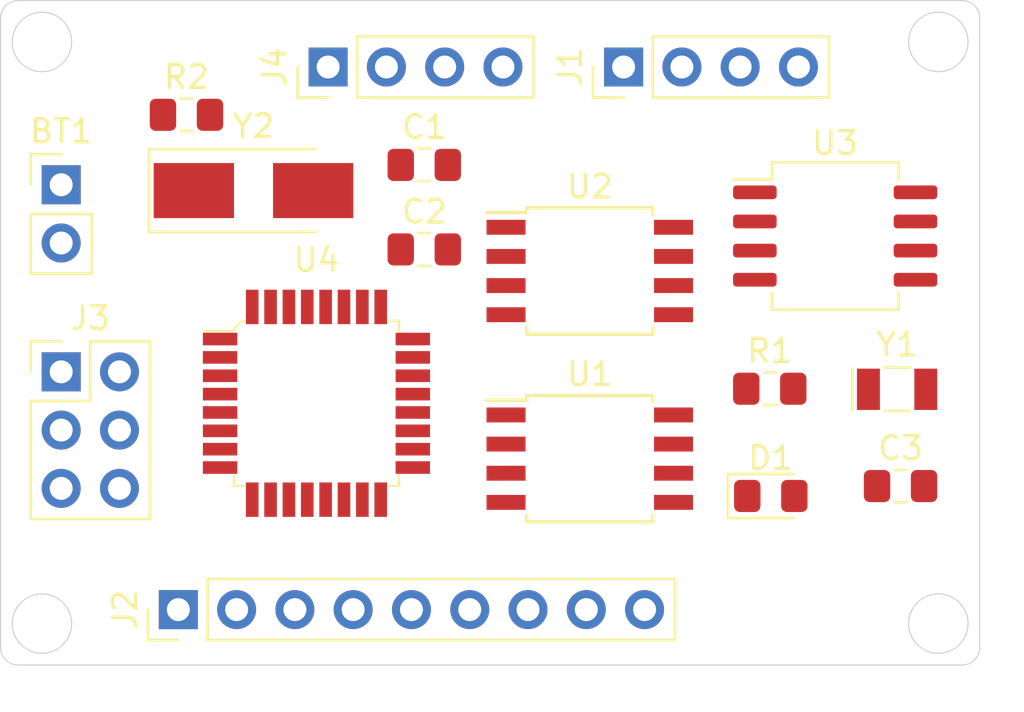
<source format=kicad_pcb>
(kicad_pcb (version 20171130) (host pcbnew "(5.1.6)-1")

  (general
    (thickness 1.6)
    (drawings 12)
    (tracks 0)
    (zones 0)
    (modules 17)
    (nets 32)
  )

  (page A4)
  (title_block
    (title "aduino battery powered clone with battery and clock")
    (date 2020-07-02)
    (rev V1)
    (company "Barnes Industries")
    (comment 1 "Designed by Keith Barnes")
  )

  (layers
    (0 F.Cu signal)
    (31 B.Cu signal)
    (32 B.Adhes user)
    (33 F.Adhes user)
    (34 B.Paste user)
    (35 F.Paste user)
    (36 B.SilkS user)
    (37 F.SilkS user)
    (38 B.Mask user)
    (39 F.Mask user)
    (40 Dwgs.User user)
    (41 Cmts.User user)
    (42 Eco1.User user)
    (43 Eco2.User user)
    (44 Edge.Cuts user)
    (45 Margin user)
    (46 B.CrtYd user)
    (47 F.CrtYd user)
    (48 B.Fab user)
    (49 F.Fab user)
  )

  (setup
    (last_trace_width 0.25)
    (user_trace_width 0.3)
    (trace_clearance 0.2)
    (zone_clearance 0.508)
    (zone_45_only no)
    (trace_min 0.2)
    (via_size 0.8)
    (via_drill 0.4)
    (via_min_size 0.4)
    (via_min_drill 0.3)
    (user_via 1 0.6)
    (uvia_size 0.3)
    (uvia_drill 0.1)
    (uvias_allowed no)
    (uvia_min_size 0.2)
    (uvia_min_drill 0.1)
    (edge_width 0.05)
    (segment_width 0.2)
    (pcb_text_width 0.3)
    (pcb_text_size 1.5 1.5)
    (mod_edge_width 0.12)
    (mod_text_size 1 1)
    (mod_text_width 0.15)
    (pad_size 1.524 1.524)
    (pad_drill 0.762)
    (pad_to_mask_clearance 0.05)
    (aux_axis_origin 0 0)
    (visible_elements 7FFFFFFF)
    (pcbplotparams
      (layerselection 0x010fc_ffffffff)
      (usegerberextensions false)
      (usegerberattributes true)
      (usegerberadvancedattributes true)
      (creategerberjobfile true)
      (excludeedgelayer true)
      (linewidth 0.100000)
      (plotframeref false)
      (viasonmask false)
      (mode 1)
      (useauxorigin false)
      (hpglpennumber 1)
      (hpglpenspeed 20)
      (hpglpendiameter 15.000000)
      (psnegative false)
      (psa4output false)
      (plotreference true)
      (plotvalue true)
      (plotinvisibletext false)
      (padsonsilk false)
      (subtractmaskfromsilk false)
      (outputformat 1)
      (mirror false)
      (drillshape 1)
      (scaleselection 1)
      (outputdirectory ""))
  )

  (net 0 "")
  (net 1 VCC)
  (net 2 GND)
  (net 3 "Net-(C1-Pad1)")
  (net 4 "Net-(C2-Pad1)")
  (net 5 "Net-(D1-Pad1)")
  (net 6 "Net-(D1-Pad2)")
  (net 7 RX)
  (net 8 TX)
  (net 9 D2)
  (net 10 D3)
  (net 11 D4)
  (net 12 D5)
  (net 13 D6)
  (net 14 D7)
  (net 15 D8)
  (net 16 MISO)
  (net 17 SCK)
  (net 18 MOSI)
  (net 19 RST)
  (net 20 SDA)
  (net 21 ADDS2)
  (net 22 ADDS1)
  (net 23 "Net-(U3-Pad1)")
  (net 24 "Net-(U3-Pad2)")
  (net 25 "Net-(U3-Pad7)")
  (net 26 "Net-(U4-Pad13)")
  (net 27 "Net-(U4-Pad14)")
  (net 28 "Net-(U4-Pad19)")
  (net 29 "Net-(U4-Pad22)")
  (net 30 "Net-(U4-Pad25)")
  (net 31 "Net-(U4-Pad26)")

  (net_class Default "This is the default net class."
    (clearance 0.2)
    (trace_width 0.25)
    (via_dia 0.8)
    (via_drill 0.4)
    (uvia_dia 0.3)
    (uvia_drill 0.1)
    (add_net ADDS1)
    (add_net ADDS2)
    (add_net D2)
    (add_net D3)
    (add_net D4)
    (add_net D5)
    (add_net D6)
    (add_net D7)
    (add_net D8)
    (add_net MISO)
    (add_net MOSI)
    (add_net "Net-(C1-Pad1)")
    (add_net "Net-(C2-Pad1)")
    (add_net "Net-(D1-Pad1)")
    (add_net "Net-(D1-Pad2)")
    (add_net "Net-(U3-Pad1)")
    (add_net "Net-(U3-Pad2)")
    (add_net "Net-(U3-Pad7)")
    (add_net "Net-(U4-Pad13)")
    (add_net "Net-(U4-Pad14)")
    (add_net "Net-(U4-Pad19)")
    (add_net "Net-(U4-Pad22)")
    (add_net "Net-(U4-Pad25)")
    (add_net "Net-(U4-Pad26)")
    (add_net RST)
    (add_net RX)
    (add_net SCK)
    (add_net SDA)
    (add_net TX)
  )

  (net_class "Power " ""
    (clearance 0.2)
    (trace_width 0.3)
    (via_dia 1)
    (via_drill 0.6)
    (uvia_dia 0.3)
    (uvia_drill 0.1)
    (add_net GND)
    (add_net VCC)
  )

  (module Connector_PinHeader_2.54mm:PinHeader_1x02_P2.54mm_Vertical (layer F.Cu) (tedit 59FED5CC) (tstamp 5EFDF834)
    (at 88.2396 116.8654)
    (descr "Through hole straight pin header, 1x02, 2.54mm pitch, single row")
    (tags "Through hole pin header THT 1x02 2.54mm single row")
    (path /5EFAD6D2)
    (fp_text reference BT1 (at 0 -2.33) (layer F.SilkS)
      (effects (font (size 1 1) (thickness 0.15)))
    )
    (fp_text value 3V (at 0 4.87) (layer F.Fab)
      (effects (font (size 1 1) (thickness 0.15)))
    )
    (fp_line (start -0.635 -1.27) (end 1.27 -1.27) (layer F.Fab) (width 0.1))
    (fp_line (start 1.27 -1.27) (end 1.27 3.81) (layer F.Fab) (width 0.1))
    (fp_line (start 1.27 3.81) (end -1.27 3.81) (layer F.Fab) (width 0.1))
    (fp_line (start -1.27 3.81) (end -1.27 -0.635) (layer F.Fab) (width 0.1))
    (fp_line (start -1.27 -0.635) (end -0.635 -1.27) (layer F.Fab) (width 0.1))
    (fp_line (start -1.33 3.87) (end 1.33 3.87) (layer F.SilkS) (width 0.12))
    (fp_line (start -1.33 1.27) (end -1.33 3.87) (layer F.SilkS) (width 0.12))
    (fp_line (start 1.33 1.27) (end 1.33 3.87) (layer F.SilkS) (width 0.12))
    (fp_line (start -1.33 1.27) (end 1.33 1.27) (layer F.SilkS) (width 0.12))
    (fp_line (start -1.33 0) (end -1.33 -1.33) (layer F.SilkS) (width 0.12))
    (fp_line (start -1.33 -1.33) (end 0 -1.33) (layer F.SilkS) (width 0.12))
    (fp_line (start -1.8 -1.8) (end -1.8 4.35) (layer F.CrtYd) (width 0.05))
    (fp_line (start -1.8 4.35) (end 1.8 4.35) (layer F.CrtYd) (width 0.05))
    (fp_line (start 1.8 4.35) (end 1.8 -1.8) (layer F.CrtYd) (width 0.05))
    (fp_line (start 1.8 -1.8) (end -1.8 -1.8) (layer F.CrtYd) (width 0.05))
    (fp_text user %R (at 0 1.27 90) (layer F.Fab)
      (effects (font (size 1 1) (thickness 0.15)))
    )
    (pad 1 thru_hole rect (at 0 0) (size 1.7 1.7) (drill 1) (layers *.Cu *.Mask)
      (net 1 VCC))
    (pad 2 thru_hole oval (at 0 2.54) (size 1.7 1.7) (drill 1) (layers *.Cu *.Mask)
      (net 2 GND))
    (model ${KISYS3DMOD}/Connector_PinHeader_2.54mm.3dshapes/PinHeader_1x02_P2.54mm_Vertical.wrl
      (at (xyz 0 0 0))
      (scale (xyz 1 1 1))
      (rotate (xyz 0 0 0))
    )
  )

  (module Capacitor_SMD:C_0805_2012Metric_Pad1.15x1.40mm_HandSolder (layer F.Cu) (tedit 5B36C52B) (tstamp 5EFDF845)
    (at 104.0638 116.0018)
    (descr "Capacitor SMD 0805 (2012 Metric), square (rectangular) end terminal, IPC_7351 nominal with elongated pad for handsoldering. (Body size source: https://docs.google.com/spreadsheets/d/1BsfQQcO9C6DZCsRaXUlFlo91Tg2WpOkGARC1WS5S8t0/edit?usp=sharing), generated with kicad-footprint-generator")
    (tags "capacitor handsolder")
    (path /5EFAE367)
    (attr smd)
    (fp_text reference C1 (at 0 -1.65) (layer F.SilkS)
      (effects (font (size 1 1) (thickness 0.15)))
    )
    (fp_text value 22pF (at 0 1.65) (layer F.Fab)
      (effects (font (size 1 1) (thickness 0.15)))
    )
    (fp_line (start -1 0.6) (end -1 -0.6) (layer F.Fab) (width 0.1))
    (fp_line (start -1 -0.6) (end 1 -0.6) (layer F.Fab) (width 0.1))
    (fp_line (start 1 -0.6) (end 1 0.6) (layer F.Fab) (width 0.1))
    (fp_line (start 1 0.6) (end -1 0.6) (layer F.Fab) (width 0.1))
    (fp_line (start -0.261252 -0.71) (end 0.261252 -0.71) (layer F.SilkS) (width 0.12))
    (fp_line (start -0.261252 0.71) (end 0.261252 0.71) (layer F.SilkS) (width 0.12))
    (fp_line (start -1.85 0.95) (end -1.85 -0.95) (layer F.CrtYd) (width 0.05))
    (fp_line (start -1.85 -0.95) (end 1.85 -0.95) (layer F.CrtYd) (width 0.05))
    (fp_line (start 1.85 -0.95) (end 1.85 0.95) (layer F.CrtYd) (width 0.05))
    (fp_line (start 1.85 0.95) (end -1.85 0.95) (layer F.CrtYd) (width 0.05))
    (fp_text user %R (at 0 0) (layer F.Fab)
      (effects (font (size 0.5 0.5) (thickness 0.08)))
    )
    (pad 1 smd roundrect (at -1.025 0) (size 1.15 1.4) (layers F.Cu F.Paste F.Mask) (roundrect_rratio 0.217391)
      (net 3 "Net-(C1-Pad1)"))
    (pad 2 smd roundrect (at 1.025 0) (size 1.15 1.4) (layers F.Cu F.Paste F.Mask) (roundrect_rratio 0.217391)
      (net 2 GND))
    (model ${KISYS3DMOD}/Capacitor_SMD.3dshapes/C_0805_2012Metric.wrl
      (at (xyz 0 0 0))
      (scale (xyz 1 1 1))
      (rotate (xyz 0 0 0))
    )
  )

  (module Capacitor_SMD:C_0805_2012Metric_Pad1.15x1.40mm_HandSolder (layer F.Cu) (tedit 5B36C52B) (tstamp 5EFDF856)
    (at 104.0638 119.6848)
    (descr "Capacitor SMD 0805 (2012 Metric), square (rectangular) end terminal, IPC_7351 nominal with elongated pad for handsoldering. (Body size source: https://docs.google.com/spreadsheets/d/1BsfQQcO9C6DZCsRaXUlFlo91Tg2WpOkGARC1WS5S8t0/edit?usp=sharing), generated with kicad-footprint-generator")
    (tags "capacitor handsolder")
    (path /5EFAF650)
    (attr smd)
    (fp_text reference C2 (at 0 -1.65) (layer F.SilkS)
      (effects (font (size 1 1) (thickness 0.15)))
    )
    (fp_text value 22pF (at 0 1.65) (layer F.Fab)
      (effects (font (size 1 1) (thickness 0.15)))
    )
    (fp_line (start 1.85 0.95) (end -1.85 0.95) (layer F.CrtYd) (width 0.05))
    (fp_line (start 1.85 -0.95) (end 1.85 0.95) (layer F.CrtYd) (width 0.05))
    (fp_line (start -1.85 -0.95) (end 1.85 -0.95) (layer F.CrtYd) (width 0.05))
    (fp_line (start -1.85 0.95) (end -1.85 -0.95) (layer F.CrtYd) (width 0.05))
    (fp_line (start -0.261252 0.71) (end 0.261252 0.71) (layer F.SilkS) (width 0.12))
    (fp_line (start -0.261252 -0.71) (end 0.261252 -0.71) (layer F.SilkS) (width 0.12))
    (fp_line (start 1 0.6) (end -1 0.6) (layer F.Fab) (width 0.1))
    (fp_line (start 1 -0.6) (end 1 0.6) (layer F.Fab) (width 0.1))
    (fp_line (start -1 -0.6) (end 1 -0.6) (layer F.Fab) (width 0.1))
    (fp_line (start -1 0.6) (end -1 -0.6) (layer F.Fab) (width 0.1))
    (fp_text user %R (at 0 0) (layer F.Fab)
      (effects (font (size 0.5 0.5) (thickness 0.08)))
    )
    (pad 2 smd roundrect (at 1.025 0) (size 1.15 1.4) (layers F.Cu F.Paste F.Mask) (roundrect_rratio 0.217391)
      (net 2 GND))
    (pad 1 smd roundrect (at -1.025 0) (size 1.15 1.4) (layers F.Cu F.Paste F.Mask) (roundrect_rratio 0.217391)
      (net 4 "Net-(C2-Pad1)"))
    (model ${KISYS3DMOD}/Capacitor_SMD.3dshapes/C_0805_2012Metric.wrl
      (at (xyz 0 0 0))
      (scale (xyz 1 1 1))
      (rotate (xyz 0 0 0))
    )
  )

  (module Capacitor_SMD:C_0805_2012Metric_Pad1.15x1.40mm_HandSolder (layer F.Cu) (tedit 5B36C52B) (tstamp 5EFE067E)
    (at 124.8208 129.9972)
    (descr "Capacitor SMD 0805 (2012 Metric), square (rectangular) end terminal, IPC_7351 nominal with elongated pad for handsoldering. (Body size source: https://docs.google.com/spreadsheets/d/1BsfQQcO9C6DZCsRaXUlFlo91Tg2WpOkGARC1WS5S8t0/edit?usp=sharing), generated with kicad-footprint-generator")
    (tags "capacitor handsolder")
    (path /5EFAFECC)
    (attr smd)
    (fp_text reference C3 (at 0 -1.65) (layer F.SilkS)
      (effects (font (size 1 1) (thickness 0.15)))
    )
    (fp_text value 10uF (at 0 1.65) (layer F.Fab)
      (effects (font (size 1 1) (thickness 0.15)))
    )
    (fp_line (start -1 0.6) (end -1 -0.6) (layer F.Fab) (width 0.1))
    (fp_line (start -1 -0.6) (end 1 -0.6) (layer F.Fab) (width 0.1))
    (fp_line (start 1 -0.6) (end 1 0.6) (layer F.Fab) (width 0.1))
    (fp_line (start 1 0.6) (end -1 0.6) (layer F.Fab) (width 0.1))
    (fp_line (start -0.261252 -0.71) (end 0.261252 -0.71) (layer F.SilkS) (width 0.12))
    (fp_line (start -0.261252 0.71) (end 0.261252 0.71) (layer F.SilkS) (width 0.12))
    (fp_line (start -1.85 0.95) (end -1.85 -0.95) (layer F.CrtYd) (width 0.05))
    (fp_line (start -1.85 -0.95) (end 1.85 -0.95) (layer F.CrtYd) (width 0.05))
    (fp_line (start 1.85 -0.95) (end 1.85 0.95) (layer F.CrtYd) (width 0.05))
    (fp_line (start 1.85 0.95) (end -1.85 0.95) (layer F.CrtYd) (width 0.05))
    (fp_text user %R (at 0 0) (layer F.Fab)
      (effects (font (size 0.5 0.5) (thickness 0.08)))
    )
    (pad 1 smd roundrect (at -1.025 0) (size 1.15 1.4) (layers F.Cu F.Paste F.Mask) (roundrect_rratio 0.217391)
      (net 1 VCC))
    (pad 2 smd roundrect (at 1.025 0) (size 1.15 1.4) (layers F.Cu F.Paste F.Mask) (roundrect_rratio 0.217391)
      (net 2 GND))
    (model ${KISYS3DMOD}/Capacitor_SMD.3dshapes/C_0805_2012Metric.wrl
      (at (xyz 0 0 0))
      (scale (xyz 1 1 1))
      (rotate (xyz 0 0 0))
    )
  )

  (module LED_SMD:LED_0805_2012Metric_Pad1.15x1.40mm_HandSolder (layer F.Cu) (tedit 5B4B45C9) (tstamp 5EFDF87A)
    (at 119.1658 130.429)
    (descr "LED SMD 0805 (2012 Metric), square (rectangular) end terminal, IPC_7351 nominal, (Body size source: https://docs.google.com/spreadsheets/d/1BsfQQcO9C6DZCsRaXUlFlo91Tg2WpOkGARC1WS5S8t0/edit?usp=sharing), generated with kicad-footprint-generator")
    (tags "LED handsolder")
    (path /5EFB07FF)
    (attr smd)
    (fp_text reference D1 (at 0 -1.65) (layer F.SilkS)
      (effects (font (size 1 1) (thickness 0.15)))
    )
    (fp_text value LED (at 0 1.65) (layer F.Fab)
      (effects (font (size 1 1) (thickness 0.15)))
    )
    (fp_line (start 1 -0.6) (end -0.7 -0.6) (layer F.Fab) (width 0.1))
    (fp_line (start -0.7 -0.6) (end -1 -0.3) (layer F.Fab) (width 0.1))
    (fp_line (start -1 -0.3) (end -1 0.6) (layer F.Fab) (width 0.1))
    (fp_line (start -1 0.6) (end 1 0.6) (layer F.Fab) (width 0.1))
    (fp_line (start 1 0.6) (end 1 -0.6) (layer F.Fab) (width 0.1))
    (fp_line (start 1 -0.96) (end -1.86 -0.96) (layer F.SilkS) (width 0.12))
    (fp_line (start -1.86 -0.96) (end -1.86 0.96) (layer F.SilkS) (width 0.12))
    (fp_line (start -1.86 0.96) (end 1 0.96) (layer F.SilkS) (width 0.12))
    (fp_line (start -1.85 0.95) (end -1.85 -0.95) (layer F.CrtYd) (width 0.05))
    (fp_line (start -1.85 -0.95) (end 1.85 -0.95) (layer F.CrtYd) (width 0.05))
    (fp_line (start 1.85 -0.95) (end 1.85 0.95) (layer F.CrtYd) (width 0.05))
    (fp_line (start 1.85 0.95) (end -1.85 0.95) (layer F.CrtYd) (width 0.05))
    (fp_text user %R (at 0 0) (layer F.Fab)
      (effects (font (size 0.5 0.5) (thickness 0.08)))
    )
    (pad 1 smd roundrect (at -1.025 0) (size 1.15 1.4) (layers F.Cu F.Paste F.Mask) (roundrect_rratio 0.217391)
      (net 5 "Net-(D1-Pad1)"))
    (pad 2 smd roundrect (at 1.025 0) (size 1.15 1.4) (layers F.Cu F.Paste F.Mask) (roundrect_rratio 0.217391)
      (net 6 "Net-(D1-Pad2)"))
    (model ${KISYS3DMOD}/LED_SMD.3dshapes/LED_0805_2012Metric.wrl
      (at (xyz 0 0 0))
      (scale (xyz 1 1 1))
      (rotate (xyz 0 0 0))
    )
  )

  (module Connector_PinHeader_2.54mm:PinHeader_1x04_P2.54mm_Vertical (layer F.Cu) (tedit 59FED5CC) (tstamp 5EFDF892)
    (at 112.7506 111.7346 90)
    (descr "Through hole straight pin header, 1x04, 2.54mm pitch, single row")
    (tags "Through hole pin header THT 1x04 2.54mm single row")
    (path /5EFB4B62/5EFF6E34)
    (fp_text reference J1 (at 0 -2.33 90) (layer F.SilkS)
      (effects (font (size 1 1) (thickness 0.15)))
    )
    (fp_text value Serial (at 0 9.95 90) (layer F.Fab)
      (effects (font (size 1 1) (thickness 0.15)))
    )
    (fp_line (start -0.635 -1.27) (end 1.27 -1.27) (layer F.Fab) (width 0.1))
    (fp_line (start 1.27 -1.27) (end 1.27 8.89) (layer F.Fab) (width 0.1))
    (fp_line (start 1.27 8.89) (end -1.27 8.89) (layer F.Fab) (width 0.1))
    (fp_line (start -1.27 8.89) (end -1.27 -0.635) (layer F.Fab) (width 0.1))
    (fp_line (start -1.27 -0.635) (end -0.635 -1.27) (layer F.Fab) (width 0.1))
    (fp_line (start -1.33 8.95) (end 1.33 8.95) (layer F.SilkS) (width 0.12))
    (fp_line (start -1.33 1.27) (end -1.33 8.95) (layer F.SilkS) (width 0.12))
    (fp_line (start 1.33 1.27) (end 1.33 8.95) (layer F.SilkS) (width 0.12))
    (fp_line (start -1.33 1.27) (end 1.33 1.27) (layer F.SilkS) (width 0.12))
    (fp_line (start -1.33 0) (end -1.33 -1.33) (layer F.SilkS) (width 0.12))
    (fp_line (start -1.33 -1.33) (end 0 -1.33) (layer F.SilkS) (width 0.12))
    (fp_line (start -1.8 -1.8) (end -1.8 9.4) (layer F.CrtYd) (width 0.05))
    (fp_line (start -1.8 9.4) (end 1.8 9.4) (layer F.CrtYd) (width 0.05))
    (fp_line (start 1.8 9.4) (end 1.8 -1.8) (layer F.CrtYd) (width 0.05))
    (fp_line (start 1.8 -1.8) (end -1.8 -1.8) (layer F.CrtYd) (width 0.05))
    (fp_text user %R (at 0 3.81) (layer F.Fab)
      (effects (font (size 1 1) (thickness 0.15)))
    )
    (pad 1 thru_hole rect (at 0 0 90) (size 1.7 1.7) (drill 1) (layers *.Cu *.Mask)
      (net 2 GND))
    (pad 2 thru_hole oval (at 0 2.54 90) (size 1.7 1.7) (drill 1) (layers *.Cu *.Mask)
      (net 1 VCC))
    (pad 3 thru_hole oval (at 0 5.08 90) (size 1.7 1.7) (drill 1) (layers *.Cu *.Mask)
      (net 7 RX))
    (pad 4 thru_hole oval (at 0 7.62 90) (size 1.7 1.7) (drill 1) (layers *.Cu *.Mask)
      (net 8 TX))
    (model ${KISYS3DMOD}/Connector_PinHeader_2.54mm.3dshapes/PinHeader_1x04_P2.54mm_Vertical.wrl
      (at (xyz 0 0 0))
      (scale (xyz 1 1 1))
      (rotate (xyz 0 0 0))
    )
  )

  (module Connector_PinHeader_2.54mm:PinHeader_1x09_P2.54mm_Vertical (layer F.Cu) (tedit 59FED5CC) (tstamp 5EFDF8AF)
    (at 93.345 135.382 90)
    (descr "Through hole straight pin header, 1x09, 2.54mm pitch, single row")
    (tags "Through hole pin header THT 1x09 2.54mm single row")
    (path /5EFB4B62/5EFF586F)
    (fp_text reference J2 (at 0 -2.33 90) (layer F.SilkS)
      (effects (font (size 1 1) (thickness 0.15)))
    )
    (fp_text value "Digital pins" (at 0 22.65 90) (layer F.Fab)
      (effects (font (size 1 1) (thickness 0.15)))
    )
    (fp_line (start -0.635 -1.27) (end 1.27 -1.27) (layer F.Fab) (width 0.1))
    (fp_line (start 1.27 -1.27) (end 1.27 21.59) (layer F.Fab) (width 0.1))
    (fp_line (start 1.27 21.59) (end -1.27 21.59) (layer F.Fab) (width 0.1))
    (fp_line (start -1.27 21.59) (end -1.27 -0.635) (layer F.Fab) (width 0.1))
    (fp_line (start -1.27 -0.635) (end -0.635 -1.27) (layer F.Fab) (width 0.1))
    (fp_line (start -1.33 21.65) (end 1.33 21.65) (layer F.SilkS) (width 0.12))
    (fp_line (start -1.33 1.27) (end -1.33 21.65) (layer F.SilkS) (width 0.12))
    (fp_line (start 1.33 1.27) (end 1.33 21.65) (layer F.SilkS) (width 0.12))
    (fp_line (start -1.33 1.27) (end 1.33 1.27) (layer F.SilkS) (width 0.12))
    (fp_line (start -1.33 0) (end -1.33 -1.33) (layer F.SilkS) (width 0.12))
    (fp_line (start -1.33 -1.33) (end 0 -1.33) (layer F.SilkS) (width 0.12))
    (fp_line (start -1.8 -1.8) (end -1.8 22.1) (layer F.CrtYd) (width 0.05))
    (fp_line (start -1.8 22.1) (end 1.8 22.1) (layer F.CrtYd) (width 0.05))
    (fp_line (start 1.8 22.1) (end 1.8 -1.8) (layer F.CrtYd) (width 0.05))
    (fp_line (start 1.8 -1.8) (end -1.8 -1.8) (layer F.CrtYd) (width 0.05))
    (fp_text user %R (at 0 10.16) (layer F.Fab)
      (effects (font (size 1 1) (thickness 0.15)))
    )
    (pad 1 thru_hole rect (at 0 0 90) (size 1.7 1.7) (drill 1) (layers *.Cu *.Mask)
      (net 9 D2))
    (pad 2 thru_hole oval (at 0 2.54 90) (size 1.7 1.7) (drill 1) (layers *.Cu *.Mask)
      (net 10 D3))
    (pad 3 thru_hole oval (at 0 5.08 90) (size 1.7 1.7) (drill 1) (layers *.Cu *.Mask)
      (net 11 D4))
    (pad 4 thru_hole oval (at 0 7.62 90) (size 1.7 1.7) (drill 1) (layers *.Cu *.Mask)
      (net 12 D5))
    (pad 5 thru_hole oval (at 0 10.16 90) (size 1.7 1.7) (drill 1) (layers *.Cu *.Mask)
      (net 13 D6))
    (pad 6 thru_hole oval (at 0 12.7 90) (size 1.7 1.7) (drill 1) (layers *.Cu *.Mask)
      (net 14 D7))
    (pad 7 thru_hole oval (at 0 15.24 90) (size 1.7 1.7) (drill 1) (layers *.Cu *.Mask)
      (net 15 D8))
    (pad 8 thru_hole oval (at 0 17.78 90) (size 1.7 1.7) (drill 1) (layers *.Cu *.Mask)
      (net 2 GND))
    (pad 9 thru_hole oval (at 0 20.32 90) (size 1.7 1.7) (drill 1) (layers *.Cu *.Mask)
      (net 1 VCC))
    (model ${KISYS3DMOD}/Connector_PinHeader_2.54mm.3dshapes/PinHeader_1x09_P2.54mm_Vertical.wrl
      (at (xyz 0 0 0))
      (scale (xyz 1 1 1))
      (rotate (xyz 0 0 0))
    )
  )

  (module Connector_PinHeader_2.54mm:PinHeader_2x03_P2.54mm_Vertical (layer F.Cu) (tedit 59FED5CC) (tstamp 5EFDF8CB)
    (at 88.2396 125.0188)
    (descr "Through hole straight pin header, 2x03, 2.54mm pitch, double rows")
    (tags "Through hole pin header THT 2x03 2.54mm double row")
    (path /5EFB4B62/5EFF865F)
    (fp_text reference J3 (at 1.27 -2.33) (layer F.SilkS)
      (effects (font (size 1 1) (thickness 0.15)))
    )
    (fp_text value ICSP (at 1.27 7.41) (layer F.Fab)
      (effects (font (size 1 1) (thickness 0.15)))
    )
    (fp_line (start 0 -1.27) (end 3.81 -1.27) (layer F.Fab) (width 0.1))
    (fp_line (start 3.81 -1.27) (end 3.81 6.35) (layer F.Fab) (width 0.1))
    (fp_line (start 3.81 6.35) (end -1.27 6.35) (layer F.Fab) (width 0.1))
    (fp_line (start -1.27 6.35) (end -1.27 0) (layer F.Fab) (width 0.1))
    (fp_line (start -1.27 0) (end 0 -1.27) (layer F.Fab) (width 0.1))
    (fp_line (start -1.33 6.41) (end 3.87 6.41) (layer F.SilkS) (width 0.12))
    (fp_line (start -1.33 1.27) (end -1.33 6.41) (layer F.SilkS) (width 0.12))
    (fp_line (start 3.87 -1.33) (end 3.87 6.41) (layer F.SilkS) (width 0.12))
    (fp_line (start -1.33 1.27) (end 1.27 1.27) (layer F.SilkS) (width 0.12))
    (fp_line (start 1.27 1.27) (end 1.27 -1.33) (layer F.SilkS) (width 0.12))
    (fp_line (start 1.27 -1.33) (end 3.87 -1.33) (layer F.SilkS) (width 0.12))
    (fp_line (start -1.33 0) (end -1.33 -1.33) (layer F.SilkS) (width 0.12))
    (fp_line (start -1.33 -1.33) (end 0 -1.33) (layer F.SilkS) (width 0.12))
    (fp_line (start -1.8 -1.8) (end -1.8 6.85) (layer F.CrtYd) (width 0.05))
    (fp_line (start -1.8 6.85) (end 4.35 6.85) (layer F.CrtYd) (width 0.05))
    (fp_line (start 4.35 6.85) (end 4.35 -1.8) (layer F.CrtYd) (width 0.05))
    (fp_line (start 4.35 -1.8) (end -1.8 -1.8) (layer F.CrtYd) (width 0.05))
    (fp_text user %R (at 1.27 2.54 90) (layer F.Fab)
      (effects (font (size 1 1) (thickness 0.15)))
    )
    (pad 1 thru_hole rect (at 0 0) (size 1.7 1.7) (drill 1) (layers *.Cu *.Mask)
      (net 16 MISO))
    (pad 2 thru_hole oval (at 2.54 0) (size 1.7 1.7) (drill 1) (layers *.Cu *.Mask)
      (net 1 VCC))
    (pad 3 thru_hole oval (at 0 2.54) (size 1.7 1.7) (drill 1) (layers *.Cu *.Mask)
      (net 17 SCK))
    (pad 4 thru_hole oval (at 2.54 2.54) (size 1.7 1.7) (drill 1) (layers *.Cu *.Mask)
      (net 18 MOSI))
    (pad 5 thru_hole oval (at 0 5.08) (size 1.7 1.7) (drill 1) (layers *.Cu *.Mask)
      (net 19 RST))
    (pad 6 thru_hole oval (at 2.54 5.08) (size 1.7 1.7) (drill 1) (layers *.Cu *.Mask)
      (net 2 GND))
    (model ${KISYS3DMOD}/Connector_PinHeader_2.54mm.3dshapes/PinHeader_2x03_P2.54mm_Vertical.wrl
      (at (xyz 0 0 0))
      (scale (xyz 1 1 1))
      (rotate (xyz 0 0 0))
    )
  )

  (module Connector_PinHeader_2.54mm:PinHeader_1x04_P2.54mm_Vertical (layer F.Cu) (tedit 59FED5CC) (tstamp 5EFDF8E3)
    (at 99.8728 111.7346 90)
    (descr "Through hole straight pin header, 1x04, 2.54mm pitch, single row")
    (tags "Through hole pin header THT 1x04 2.54mm single row")
    (path /5EFB4B62/5EFF7A80)
    (fp_text reference J4 (at 0 -2.33 90) (layer F.SilkS)
      (effects (font (size 1 1) (thickness 0.15)))
    )
    (fp_text value I2C (at 0 9.95 90) (layer F.Fab)
      (effects (font (size 1 1) (thickness 0.15)))
    )
    (fp_line (start 1.8 -1.8) (end -1.8 -1.8) (layer F.CrtYd) (width 0.05))
    (fp_line (start 1.8 9.4) (end 1.8 -1.8) (layer F.CrtYd) (width 0.05))
    (fp_line (start -1.8 9.4) (end 1.8 9.4) (layer F.CrtYd) (width 0.05))
    (fp_line (start -1.8 -1.8) (end -1.8 9.4) (layer F.CrtYd) (width 0.05))
    (fp_line (start -1.33 -1.33) (end 0 -1.33) (layer F.SilkS) (width 0.12))
    (fp_line (start -1.33 0) (end -1.33 -1.33) (layer F.SilkS) (width 0.12))
    (fp_line (start -1.33 1.27) (end 1.33 1.27) (layer F.SilkS) (width 0.12))
    (fp_line (start 1.33 1.27) (end 1.33 8.95) (layer F.SilkS) (width 0.12))
    (fp_line (start -1.33 1.27) (end -1.33 8.95) (layer F.SilkS) (width 0.12))
    (fp_line (start -1.33 8.95) (end 1.33 8.95) (layer F.SilkS) (width 0.12))
    (fp_line (start -1.27 -0.635) (end -0.635 -1.27) (layer F.Fab) (width 0.1))
    (fp_line (start -1.27 8.89) (end -1.27 -0.635) (layer F.Fab) (width 0.1))
    (fp_line (start 1.27 8.89) (end -1.27 8.89) (layer F.Fab) (width 0.1))
    (fp_line (start 1.27 -1.27) (end 1.27 8.89) (layer F.Fab) (width 0.1))
    (fp_line (start -0.635 -1.27) (end 1.27 -1.27) (layer F.Fab) (width 0.1))
    (fp_text user %R (at 0 3.81) (layer F.Fab)
      (effects (font (size 1 1) (thickness 0.15)))
    )
    (pad 4 thru_hole oval (at 0 7.62 90) (size 1.7 1.7) (drill 1) (layers *.Cu *.Mask)
      (net 17 SCK))
    (pad 3 thru_hole oval (at 0 5.08 90) (size 1.7 1.7) (drill 1) (layers *.Cu *.Mask)
      (net 20 SDA))
    (pad 2 thru_hole oval (at 0 2.54 90) (size 1.7 1.7) (drill 1) (layers *.Cu *.Mask)
      (net 1 VCC))
    (pad 1 thru_hole rect (at 0 0 90) (size 1.7 1.7) (drill 1) (layers *.Cu *.Mask)
      (net 2 GND))
    (model ${KISYS3DMOD}/Connector_PinHeader_2.54mm.3dshapes/PinHeader_1x04_P2.54mm_Vertical.wrl
      (at (xyz 0 0 0))
      (scale (xyz 1 1 1))
      (rotate (xyz 0 0 0))
    )
  )

  (module Resistor_SMD:R_0805_2012Metric_Pad1.15x1.40mm_HandSolder (layer F.Cu) (tedit 5B36C52B) (tstamp 5EFDF8F4)
    (at 119.1208 125.7554)
    (descr "Resistor SMD 0805 (2012 Metric), square (rectangular) end terminal, IPC_7351 nominal with elongated pad for handsoldering. (Body size source: https://docs.google.com/spreadsheets/d/1BsfQQcO9C6DZCsRaXUlFlo91Tg2WpOkGARC1WS5S8t0/edit?usp=sharing), generated with kicad-footprint-generator")
    (tags "resistor handsolder")
    (path /5EFB11BE)
    (attr smd)
    (fp_text reference R1 (at 0 -1.65) (layer F.SilkS)
      (effects (font (size 1 1) (thickness 0.15)))
    )
    (fp_text value "330 ohms" (at 0 1.65) (layer F.Fab)
      (effects (font (size 1 1) (thickness 0.15)))
    )
    (fp_line (start -1 0.6) (end -1 -0.6) (layer F.Fab) (width 0.1))
    (fp_line (start -1 -0.6) (end 1 -0.6) (layer F.Fab) (width 0.1))
    (fp_line (start 1 -0.6) (end 1 0.6) (layer F.Fab) (width 0.1))
    (fp_line (start 1 0.6) (end -1 0.6) (layer F.Fab) (width 0.1))
    (fp_line (start -0.261252 -0.71) (end 0.261252 -0.71) (layer F.SilkS) (width 0.12))
    (fp_line (start -0.261252 0.71) (end 0.261252 0.71) (layer F.SilkS) (width 0.12))
    (fp_line (start -1.85 0.95) (end -1.85 -0.95) (layer F.CrtYd) (width 0.05))
    (fp_line (start -1.85 -0.95) (end 1.85 -0.95) (layer F.CrtYd) (width 0.05))
    (fp_line (start 1.85 -0.95) (end 1.85 0.95) (layer F.CrtYd) (width 0.05))
    (fp_line (start 1.85 0.95) (end -1.85 0.95) (layer F.CrtYd) (width 0.05))
    (fp_text user %R (at 0 0) (layer F.Fab)
      (effects (font (size 0.5 0.5) (thickness 0.08)))
    )
    (pad 1 smd roundrect (at -1.025 0) (size 1.15 1.4) (layers F.Cu F.Paste F.Mask) (roundrect_rratio 0.217391)
      (net 5 "Net-(D1-Pad1)"))
    (pad 2 smd roundrect (at 1.025 0) (size 1.15 1.4) (layers F.Cu F.Paste F.Mask) (roundrect_rratio 0.217391)
      (net 2 GND))
    (model ${KISYS3DMOD}/Resistor_SMD.3dshapes/R_0805_2012Metric.wrl
      (at (xyz 0 0 0))
      (scale (xyz 1 1 1))
      (rotate (xyz 0 0 0))
    )
  )

  (module Resistor_SMD:R_0805_2012Metric_Pad1.15x1.40mm_HandSolder (layer F.Cu) (tedit 5B36C52B) (tstamp 5EFE0A54)
    (at 93.7006 113.8174)
    (descr "Resistor SMD 0805 (2012 Metric), square (rectangular) end terminal, IPC_7351 nominal with elongated pad for handsoldering. (Body size source: https://docs.google.com/spreadsheets/d/1BsfQQcO9C6DZCsRaXUlFlo91Tg2WpOkGARC1WS5S8t0/edit?usp=sharing), generated with kicad-footprint-generator")
    (tags "resistor handsolder")
    (path /5EFB1C8A)
    (attr smd)
    (fp_text reference R2 (at 0 -1.65) (layer F.SilkS)
      (effects (font (size 1 1) (thickness 0.15)))
    )
    (fp_text value "10k ohms" (at 0 1.65) (layer F.Fab)
      (effects (font (size 1 1) (thickness 0.15)))
    )
    (fp_line (start 1.85 0.95) (end -1.85 0.95) (layer F.CrtYd) (width 0.05))
    (fp_line (start 1.85 -0.95) (end 1.85 0.95) (layer F.CrtYd) (width 0.05))
    (fp_line (start -1.85 -0.95) (end 1.85 -0.95) (layer F.CrtYd) (width 0.05))
    (fp_line (start -1.85 0.95) (end -1.85 -0.95) (layer F.CrtYd) (width 0.05))
    (fp_line (start -0.261252 0.71) (end 0.261252 0.71) (layer F.SilkS) (width 0.12))
    (fp_line (start -0.261252 -0.71) (end 0.261252 -0.71) (layer F.SilkS) (width 0.12))
    (fp_line (start 1 0.6) (end -1 0.6) (layer F.Fab) (width 0.1))
    (fp_line (start 1 -0.6) (end 1 0.6) (layer F.Fab) (width 0.1))
    (fp_line (start -1 -0.6) (end 1 -0.6) (layer F.Fab) (width 0.1))
    (fp_line (start -1 0.6) (end -1 -0.6) (layer F.Fab) (width 0.1))
    (fp_text user %R (at 0 0) (layer F.Fab)
      (effects (font (size 0.5 0.5) (thickness 0.08)))
    )
    (pad 2 smd roundrect (at 1.025 0) (size 1.15 1.4) (layers F.Cu F.Paste F.Mask) (roundrect_rratio 0.217391)
      (net 19 RST))
    (pad 1 smd roundrect (at -1.025 0) (size 1.15 1.4) (layers F.Cu F.Paste F.Mask) (roundrect_rratio 0.217391)
      (net 1 VCC))
    (model ${KISYS3DMOD}/Resistor_SMD.3dshapes/R_0805_2012Metric.wrl
      (at (xyz 0 0 0))
      (scale (xyz 1 1 1))
      (rotate (xyz 0 0 0))
    )
  )

  (module Package_SO:SOIJ-8_5.3x5.3mm_P1.27mm (layer F.Cu) (tedit 5A02F2D3) (tstamp 5EFDF922)
    (at 111.2774 128.8034)
    (descr "8-Lead Plastic Small Outline (SM) - Medium, 5.28 mm Body [SOIC] (see Microchip Packaging Specification 00000049BS.pdf)")
    (tags "SOIC 1.27")
    (path /5EFB239C)
    (attr smd)
    (fp_text reference U1 (at 0 -3.68) (layer F.SilkS)
      (effects (font (size 1 1) (thickness 0.15)))
    )
    (fp_text value 24LC1025 (at 0 3.68) (layer F.Fab)
      (effects (font (size 1 1) (thickness 0.15)))
    )
    (fp_line (start -2.75 -2.55) (end -4.5 -2.55) (layer F.SilkS) (width 0.15))
    (fp_line (start -2.75 2.755) (end 2.75 2.755) (layer F.SilkS) (width 0.15))
    (fp_line (start -2.75 -2.755) (end 2.75 -2.755) (layer F.SilkS) (width 0.15))
    (fp_line (start -2.75 2.755) (end -2.75 2.455) (layer F.SilkS) (width 0.15))
    (fp_line (start 2.75 2.755) (end 2.75 2.455) (layer F.SilkS) (width 0.15))
    (fp_line (start 2.75 -2.755) (end 2.75 -2.455) (layer F.SilkS) (width 0.15))
    (fp_line (start -2.75 -2.755) (end -2.75 -2.55) (layer F.SilkS) (width 0.15))
    (fp_line (start -4.75 2.95) (end 4.75 2.95) (layer F.CrtYd) (width 0.05))
    (fp_line (start -4.75 -2.95) (end 4.75 -2.95) (layer F.CrtYd) (width 0.05))
    (fp_line (start 4.75 -2.95) (end 4.75 2.95) (layer F.CrtYd) (width 0.05))
    (fp_line (start -4.75 -2.95) (end -4.75 2.95) (layer F.CrtYd) (width 0.05))
    (fp_line (start -2.65 -1.65) (end -1.65 -2.65) (layer F.Fab) (width 0.15))
    (fp_line (start -2.65 2.65) (end -2.65 -1.65) (layer F.Fab) (width 0.15))
    (fp_line (start 2.65 2.65) (end -2.65 2.65) (layer F.Fab) (width 0.15))
    (fp_line (start 2.65 -2.65) (end 2.65 2.65) (layer F.Fab) (width 0.15))
    (fp_line (start -1.65 -2.65) (end 2.65 -2.65) (layer F.Fab) (width 0.15))
    (fp_text user %R (at 0 0) (layer F.Fab)
      (effects (font (size 1 1) (thickness 0.15)))
    )
    (pad 8 smd rect (at 3.65 -1.905) (size 1.7 0.65) (layers F.Cu F.Paste F.Mask)
      (net 1 VCC))
    (pad 7 smd rect (at 3.65 -0.635) (size 1.7 0.65) (layers F.Cu F.Paste F.Mask)
      (net 2 GND))
    (pad 6 smd rect (at 3.65 0.635) (size 1.7 0.65) (layers F.Cu F.Paste F.Mask)
      (net 17 SCK))
    (pad 5 smd rect (at 3.65 1.905) (size 1.7 0.65) (layers F.Cu F.Paste F.Mask)
      (net 20 SDA))
    (pad 4 smd rect (at -3.65 1.905) (size 1.7 0.65) (layers F.Cu F.Paste F.Mask)
      (net 2 GND))
    (pad 3 smd rect (at -3.65 0.635) (size 1.7 0.65) (layers F.Cu F.Paste F.Mask)
      (net 1 VCC))
    (pad 2 smd rect (at -3.65 -0.635) (size 1.7 0.65) (layers F.Cu F.Paste F.Mask)
      (net 21 ADDS2))
    (pad 1 smd rect (at -3.65 -1.905) (size 1.7 0.65) (layers F.Cu F.Paste F.Mask)
      (net 22 ADDS1))
    (model ${KISYS3DMOD}/Package_SO.3dshapes/SOIJ-8_5.3x5.3mm_P1.27mm.wrl
      (at (xyz 0 0 0))
      (scale (xyz 1 1 1))
      (rotate (xyz 0 0 0))
    )
  )

  (module Package_SO:SOIJ-8_5.3x5.3mm_P1.27mm (layer F.Cu) (tedit 5A02F2D3) (tstamp 5EFDF93F)
    (at 111.2774 120.6246)
    (descr "8-Lead Plastic Small Outline (SM) - Medium, 5.28 mm Body [SOIC] (see Microchip Packaging Specification 00000049BS.pdf)")
    (tags "SOIC 1.27")
    (path /5EFC76BA)
    (attr smd)
    (fp_text reference U2 (at 0 -3.68) (layer F.SilkS)
      (effects (font (size 1 1) (thickness 0.15)))
    )
    (fp_text value 24LC1025 (at 0 3.68) (layer F.Fab)
      (effects (font (size 1 1) (thickness 0.15)))
    )
    (fp_line (start -1.65 -2.65) (end 2.65 -2.65) (layer F.Fab) (width 0.15))
    (fp_line (start 2.65 -2.65) (end 2.65 2.65) (layer F.Fab) (width 0.15))
    (fp_line (start 2.65 2.65) (end -2.65 2.65) (layer F.Fab) (width 0.15))
    (fp_line (start -2.65 2.65) (end -2.65 -1.65) (layer F.Fab) (width 0.15))
    (fp_line (start -2.65 -1.65) (end -1.65 -2.65) (layer F.Fab) (width 0.15))
    (fp_line (start -4.75 -2.95) (end -4.75 2.95) (layer F.CrtYd) (width 0.05))
    (fp_line (start 4.75 -2.95) (end 4.75 2.95) (layer F.CrtYd) (width 0.05))
    (fp_line (start -4.75 -2.95) (end 4.75 -2.95) (layer F.CrtYd) (width 0.05))
    (fp_line (start -4.75 2.95) (end 4.75 2.95) (layer F.CrtYd) (width 0.05))
    (fp_line (start -2.75 -2.755) (end -2.75 -2.55) (layer F.SilkS) (width 0.15))
    (fp_line (start 2.75 -2.755) (end 2.75 -2.455) (layer F.SilkS) (width 0.15))
    (fp_line (start 2.75 2.755) (end 2.75 2.455) (layer F.SilkS) (width 0.15))
    (fp_line (start -2.75 2.755) (end -2.75 2.455) (layer F.SilkS) (width 0.15))
    (fp_line (start -2.75 -2.755) (end 2.75 -2.755) (layer F.SilkS) (width 0.15))
    (fp_line (start -2.75 2.755) (end 2.75 2.755) (layer F.SilkS) (width 0.15))
    (fp_line (start -2.75 -2.55) (end -4.5 -2.55) (layer F.SilkS) (width 0.15))
    (fp_text user %R (at 0 0) (layer F.Fab)
      (effects (font (size 1 1) (thickness 0.15)))
    )
    (pad 1 smd rect (at -3.65 -1.905) (size 1.7 0.65) (layers F.Cu F.Paste F.Mask)
      (net 22 ADDS1))
    (pad 2 smd rect (at -3.65 -0.635) (size 1.7 0.65) (layers F.Cu F.Paste F.Mask)
      (net 21 ADDS2))
    (pad 3 smd rect (at -3.65 0.635) (size 1.7 0.65) (layers F.Cu F.Paste F.Mask)
      (net 1 VCC))
    (pad 4 smd rect (at -3.65 1.905) (size 1.7 0.65) (layers F.Cu F.Paste F.Mask)
      (net 2 GND))
    (pad 5 smd rect (at 3.65 1.905) (size 1.7 0.65) (layers F.Cu F.Paste F.Mask)
      (net 20 SDA))
    (pad 6 smd rect (at 3.65 0.635) (size 1.7 0.65) (layers F.Cu F.Paste F.Mask)
      (net 17 SCK))
    (pad 7 smd rect (at 3.65 -0.635) (size 1.7 0.65) (layers F.Cu F.Paste F.Mask)
      (net 2 GND))
    (pad 8 smd rect (at 3.65 -1.905) (size 1.7 0.65) (layers F.Cu F.Paste F.Mask)
      (net 1 VCC))
    (model ${KISYS3DMOD}/Package_SO.3dshapes/SOIJ-8_5.3x5.3mm_P1.27mm.wrl
      (at (xyz 0 0 0))
      (scale (xyz 1 1 1))
      (rotate (xyz 0 0 0))
    )
  )

  (module Package_SO:SO-8_5.3x6.2mm_P1.27mm (layer F.Cu) (tedit 5EA5315B) (tstamp 5EFDF95E)
    (at 121.9708 119.1006)
    (descr "SO, 8 Pin (https://www.ti.com/lit/ml/msop001a/msop001a.pdf), generated with kicad-footprint-generator ipc_gullwing_generator.py")
    (tags "SO SO")
    (path /5EFB0055)
    (attr smd)
    (fp_text reference U3 (at 0 -4.05) (layer F.SilkS)
      (effects (font (size 1 1) (thickness 0.15)))
    )
    (fp_text value DS1337_KTH (at 0 4.05) (layer F.Fab)
      (effects (font (size 1 1) (thickness 0.15)))
    )
    (fp_line (start 0 3.21) (end 2.76 3.21) (layer F.SilkS) (width 0.12))
    (fp_line (start 2.76 3.21) (end 2.76 2.465) (layer F.SilkS) (width 0.12))
    (fp_line (start 0 3.21) (end -2.76 3.21) (layer F.SilkS) (width 0.12))
    (fp_line (start -2.76 3.21) (end -2.76 2.465) (layer F.SilkS) (width 0.12))
    (fp_line (start 0 -3.21) (end 2.76 -3.21) (layer F.SilkS) (width 0.12))
    (fp_line (start 2.76 -3.21) (end 2.76 -2.465) (layer F.SilkS) (width 0.12))
    (fp_line (start 0 -3.21) (end -2.76 -3.21) (layer F.SilkS) (width 0.12))
    (fp_line (start -2.76 -3.21) (end -2.76 -2.465) (layer F.SilkS) (width 0.12))
    (fp_line (start -2.76 -2.465) (end -4.45 -2.465) (layer F.SilkS) (width 0.12))
    (fp_line (start -1.65 -3.1) (end 2.65 -3.1) (layer F.Fab) (width 0.1))
    (fp_line (start 2.65 -3.1) (end 2.65 3.1) (layer F.Fab) (width 0.1))
    (fp_line (start 2.65 3.1) (end -2.65 3.1) (layer F.Fab) (width 0.1))
    (fp_line (start -2.65 3.1) (end -2.65 -2.1) (layer F.Fab) (width 0.1))
    (fp_line (start -2.65 -2.1) (end -1.65 -3.1) (layer F.Fab) (width 0.1))
    (fp_line (start -4.7 -3.35) (end -4.7 3.35) (layer F.CrtYd) (width 0.05))
    (fp_line (start -4.7 3.35) (end 4.7 3.35) (layer F.CrtYd) (width 0.05))
    (fp_line (start 4.7 3.35) (end 4.7 -3.35) (layer F.CrtYd) (width 0.05))
    (fp_line (start 4.7 -3.35) (end -4.7 -3.35) (layer F.CrtYd) (width 0.05))
    (fp_text user %R (at 0 0) (layer F.Fab)
      (effects (font (size 1 1) (thickness 0.15)))
    )
    (pad 1 smd roundrect (at -3.5 -1.905) (size 1.9 0.6) (layers F.Cu F.Paste F.Mask) (roundrect_rratio 0.25)
      (net 23 "Net-(U3-Pad1)"))
    (pad 2 smd roundrect (at -3.5 -0.635) (size 1.9 0.6) (layers F.Cu F.Paste F.Mask) (roundrect_rratio 0.25)
      (net 24 "Net-(U3-Pad2)"))
    (pad 3 smd roundrect (at -3.5 0.635) (size 1.9 0.6) (layers F.Cu F.Paste F.Mask) (roundrect_rratio 0.25)
      (net 1 VCC))
    (pad 4 smd roundrect (at -3.5 1.905) (size 1.9 0.6) (layers F.Cu F.Paste F.Mask) (roundrect_rratio 0.25)
      (net 2 GND))
    (pad 5 smd roundrect (at 3.5 1.905) (size 1.9 0.6) (layers F.Cu F.Paste F.Mask) (roundrect_rratio 0.25)
      (net 20 SDA))
    (pad 6 smd roundrect (at 3.5 0.635) (size 1.9 0.6) (layers F.Cu F.Paste F.Mask) (roundrect_rratio 0.25)
      (net 17 SCK))
    (pad 7 smd roundrect (at 3.5 -0.635) (size 1.9 0.6) (layers F.Cu F.Paste F.Mask) (roundrect_rratio 0.25)
      (net 25 "Net-(U3-Pad7)"))
    (pad 8 smd roundrect (at 3.5 -1.905) (size 1.9 0.6) (layers F.Cu F.Paste F.Mask) (roundrect_rratio 0.25)
      (net 1 VCC))
    (model ${KISYS3DMOD}/Package_SO.3dshapes/SO-8_5.3x6.2mm_P1.27mm.wrl
      (at (xyz 0 0 0))
      (scale (xyz 1 1 1))
      (rotate (xyz 0 0 0))
    )
  )

  (module digikey-footprints:TQFP-32_7x7mm (layer F.Cu) (tedit 5D28AA5E) (tstamp 5EFDF996)
    (at 99.3648 126.3904)
    (descr http://www.atmel.com/Images/Atmel-8826-SEEPROM-PCB-Mounting-Guidelines-Surface-Mount-Packages-ApplicationNote.pdf)
    (path /5EFBB5FA)
    (attr smd)
    (fp_text reference U4 (at 0 -6.25) (layer F.SilkS)
      (effects (font (size 1 1) (thickness 0.15)))
    )
    (fp_text value ATMEGA328P-AU (at 0 6.2) (layer F.Fab)
      (effects (font (size 1 1) (thickness 0.15)))
    )
    (fp_line (start -5.2 5.2) (end 5.2 5.2) (layer F.CrtYd) (width 0.05))
    (fp_line (start -5.2 -5.2) (end -5.2 5.2) (layer F.CrtYd) (width 0.05))
    (fp_line (start 5.2 -5.2) (end 5.2 5.2) (layer F.CrtYd) (width 0.05))
    (fp_line (start -5.2 -5.2) (end 5.2 -5.2) (layer F.CrtYd) (width 0.05))
    (fp_line (start -3.15 -3.6) (end -3.25 -3.6) (layer F.SilkS) (width 0.1))
    (fp_line (start -3.25 -3.6) (end -3.6 -3.25) (layer F.SilkS) (width 0.1))
    (fp_line (start -3.6 -3.25) (end -3.6 -3.15) (layer F.SilkS) (width 0.1))
    (fp_line (start -3.6 -3.15) (end -4.9 -3.15) (layer F.SilkS) (width 0.1))
    (fp_line (start 3.6 -3.6) (end 3.15 -3.6) (layer F.SilkS) (width 0.1))
    (fp_line (start 3.6 -3.6) (end 3.6 -3.15) (layer F.SilkS) (width 0.1))
    (fp_line (start 3.6 3.6) (end 3.6 3.15) (layer F.SilkS) (width 0.1))
    (fp_line (start 3.6 3.6) (end 3.15 3.6) (layer F.SilkS) (width 0.1))
    (fp_line (start -3.6 3.6) (end -3.15 3.6) (layer F.SilkS) (width 0.1))
    (fp_line (start -3.6 3.6) (end -3.6 3.15) (layer F.SilkS) (width 0.1))
    (fp_line (start -3.5 -3.2) (end -3.5 3.5) (layer F.Fab) (width 0.1))
    (fp_line (start -3.2 -3.5) (end 3.5 -3.5) (layer F.Fab) (width 0.1))
    (fp_line (start -3.5 -3.2) (end -3.2 -3.5) (layer F.Fab) (width 0.1))
    (fp_line (start -3.5 3.5) (end 3.5 3.5) (layer F.Fab) (width 0.1))
    (fp_line (start 3.5 -3.5) (end 3.5 3.5) (layer F.Fab) (width 0.1))
    (fp_text user %R (at 0 0) (layer F.Fab)
      (effects (font (size 1 1) (thickness 0.15)))
    )
    (pad 9 smd rect (at -2.8 4.2) (size 0.55 1.5) (layers F.Cu F.Paste F.Mask)
      (net 12 D5))
    (pad 1 smd rect (at -4.2 -2.8) (size 1.5 0.55) (layers F.Cu F.Paste F.Mask)
      (net 10 D3))
    (pad 2 smd rect (at -4.2 -2) (size 1.5 0.55) (layers F.Cu F.Paste F.Mask)
      (net 11 D4))
    (pad 3 smd rect (at -4.2 -1.2) (size 1.5 0.55) (layers F.Cu F.Paste F.Mask)
      (net 2 GND))
    (pad 4 smd rect (at -4.2 -0.4) (size 1.5 0.55) (layers F.Cu F.Paste F.Mask)
      (net 1 VCC))
    (pad 5 smd rect (at -4.2 0.4) (size 1.5 0.55) (layers F.Cu F.Paste F.Mask)
      (net 2 GND))
    (pad 6 smd rect (at -4.2 1.2) (size 1.5 0.55) (layers F.Cu F.Paste F.Mask)
      (net 1 VCC))
    (pad 7 smd rect (at -4.2 2) (size 1.5 0.55) (layers F.Cu F.Paste F.Mask)
      (net 3 "Net-(C1-Pad1)"))
    (pad 8 smd rect (at -4.2 2.8) (size 1.5 0.55) (layers F.Cu F.Paste F.Mask)
      (net 4 "Net-(C2-Pad1)"))
    (pad 10 smd rect (at -2 4.2) (size 0.55 1.5) (layers F.Cu F.Paste F.Mask)
      (net 13 D6))
    (pad 11 smd rect (at -1.2 4.2) (size 0.55 1.5) (layers F.Cu F.Paste F.Mask)
      (net 14 D7))
    (pad 12 smd rect (at -0.4 4.2) (size 0.55 1.5) (layers F.Cu F.Paste F.Mask)
      (net 15 D8))
    (pad 13 smd rect (at 0.4 4.2) (size 0.55 1.5) (layers F.Cu F.Paste F.Mask)
      (net 26 "Net-(U4-Pad13)"))
    (pad 14 smd rect (at 1.2 4.2) (size 0.55 1.5) (layers F.Cu F.Paste F.Mask)
      (net 27 "Net-(U4-Pad14)"))
    (pad 15 smd rect (at 2 4.2) (size 0.55 1.5) (layers F.Cu F.Paste F.Mask)
      (net 18 MOSI))
    (pad 16 smd rect (at 2.8 4.2) (size 0.55 1.5) (layers F.Cu F.Paste F.Mask)
      (net 16 MISO))
    (pad 17 smd rect (at 4.2 2.8) (size 1.5 0.55) (layers F.Cu F.Paste F.Mask)
      (net 6 "Net-(D1-Pad2)"))
    (pad 18 smd rect (at 4.2 2) (size 1.5 0.55) (layers F.Cu F.Paste F.Mask)
      (net 1 VCC))
    (pad 19 smd rect (at 4.2 1.2) (size 1.5 0.55) (layers F.Cu F.Paste F.Mask)
      (net 28 "Net-(U4-Pad19)"))
    (pad 20 smd rect (at 4.2 0.4) (size 1.5 0.55) (layers F.Cu F.Paste F.Mask)
      (net 1 VCC))
    (pad 21 smd rect (at 4.2 -0.4) (size 1.5 0.55) (layers F.Cu F.Paste F.Mask)
      (net 2 GND))
    (pad 22 smd rect (at 4.2 -1.2) (size 1.5 0.55) (layers F.Cu F.Paste F.Mask)
      (net 29 "Net-(U4-Pad22)"))
    (pad 23 smd rect (at 4.2 -2) (size 1.5 0.55) (layers F.Cu F.Paste F.Mask)
      (net 22 ADDS1))
    (pad 24 smd rect (at 4.2 -2.8) (size 1.5 0.55) (layers F.Cu F.Paste F.Mask)
      (net 21 ADDS2))
    (pad 25 smd rect (at 2.8 -4.2) (size 0.55 1.5) (layers F.Cu F.Paste F.Mask)
      (net 30 "Net-(U4-Pad25)"))
    (pad 26 smd rect (at 2 -4.2) (size 0.55 1.5) (layers F.Cu F.Paste F.Mask)
      (net 31 "Net-(U4-Pad26)"))
    (pad 27 smd rect (at 1.2 -4.2) (size 0.55 1.5) (layers F.Cu F.Paste F.Mask)
      (net 20 SDA))
    (pad 28 smd rect (at 0.4 -4.2) (size 0.55 1.5) (layers F.Cu F.Paste F.Mask)
      (net 17 SCK))
    (pad 29 smd rect (at -0.4 -4.2) (size 0.55 1.5) (layers F.Cu F.Paste F.Mask)
      (net 19 RST))
    (pad 30 smd rect (at -1.2 -4.2) (size 0.55 1.5) (layers F.Cu F.Paste F.Mask)
      (net 7 RX))
    (pad 31 smd rect (at -2 -4.2) (size 0.55 1.5) (layers F.Cu F.Paste F.Mask)
      (net 8 TX))
    (pad 32 smd rect (at -2.8 -4.2) (size 0.55 1.5) (layers F.Cu F.Paste F.Mask)
      (net 9 D2))
  )

  (module Crystal:Crystal_SMD_MicroCrystal_CC7V-T1A-2Pin_3.2x1.5mm (layer F.Cu) (tedit 5D24C08C) (tstamp 5EFDF9A9)
    (at 124.6708 125.7808)
    (descr "SMD Crystal MicroCrystal CC7V-T1A/CM7V-T1A series https://www.microcrystal.com/fileadmin/Media/Products/32kHz/Datasheet/CC7V-T1A.pdf, 3.2x1.5mm^2 package")
    (tags "SMD SMT crystal")
    (path /5EFB0B46)
    (attr smd)
    (fp_text reference Y1 (at 0 -1.95) (layer F.SilkS)
      (effects (font (size 1 1) (thickness 0.15)))
    )
    (fp_text value "Crystal 32MHz" (at 0 1.95) (layer F.Fab)
      (effects (font (size 1 1) (thickness 0.15)))
    )
    (fp_line (start -1.6 -0.75) (end -1.6 0.75) (layer F.Fab) (width 0.1))
    (fp_line (start -1.6 0.75) (end 1.6 0.75) (layer F.Fab) (width 0.1))
    (fp_line (start 1.6 0.75) (end 1.6 -0.75) (layer F.Fab) (width 0.1))
    (fp_line (start 1.6 -0.75) (end -1.6 -0.75) (layer F.Fab) (width 0.1))
    (fp_line (start -1.6 0.25) (end -1.1 0.75) (layer F.Fab) (width 0.1))
    (fp_line (start -0.55 -0.95) (end 0.55 -0.95) (layer F.SilkS) (width 0.12))
    (fp_line (start -0.55 0.95) (end 0.55 0.95) (layer F.SilkS) (width 0.12))
    (fp_line (start -1.95 -0.9) (end -1.95 0.9) (layer F.SilkS) (width 0.12))
    (fp_line (start -2 -1.2) (end -2 1.2) (layer F.CrtYd) (width 0.05))
    (fp_line (start -2 1.2) (end 2 1.2) (layer F.CrtYd) (width 0.05))
    (fp_line (start 2 1.2) (end 2 -1.2) (layer F.CrtYd) (width 0.05))
    (fp_line (start 2 -1.2) (end -2 -1.2) (layer F.CrtYd) (width 0.05))
    (fp_text user %R (at 0 0) (layer F.Fab)
      (effects (font (size 0.7 0.7) (thickness 0.105)))
    )
    (pad 1 smd rect (at -1.25 0) (size 1 1.8) (layers F.Cu F.Paste F.Mask)
      (net 23 "Net-(U3-Pad1)"))
    (pad 2 smd rect (at 1.25 0) (size 1 1.8) (layers F.Cu F.Paste F.Mask)
      (net 24 "Net-(U3-Pad2)"))
    (model ${KISYS3DMOD}/Crystal.3dshapes/Crystal_SMD_MicroCrystal_CC7V-T1A-2Pin_3.2x1.5mm.wrl
      (at (xyz 0 0 0))
      (scale (xyz 1 1 1))
      (rotate (xyz 0 0 0))
    )
  )

  (module Crystal:Crystal_SMD_5032-2Pin_5.0x3.2mm_HandSoldering (layer F.Cu) (tedit 5A0FD1B2) (tstamp 5EFDF9C4)
    (at 96.6216 117.1194)
    (descr "SMD Crystal SERIES SMD2520/2 http://www.icbase.com/File/PDF/HKC/HKC00061008.pdf, hand-soldering, 5.0x3.2mm^2 package")
    (tags "SMD SMT crystal hand-soldering")
    (path /5EFB23FB)
    (attr smd)
    (fp_text reference Y2 (at 0 -2.8) (layer F.SilkS)
      (effects (font (size 1 1) (thickness 0.15)))
    )
    (fp_text value "Crystal 16MHz" (at 0 2.8) (layer F.Fab)
      (effects (font (size 1 1) (thickness 0.15)))
    )
    (fp_line (start -2.3 -1.6) (end 2.3 -1.6) (layer F.Fab) (width 0.1))
    (fp_line (start 2.3 -1.6) (end 2.5 -1.4) (layer F.Fab) (width 0.1))
    (fp_line (start 2.5 -1.4) (end 2.5 1.4) (layer F.Fab) (width 0.1))
    (fp_line (start 2.5 1.4) (end 2.3 1.6) (layer F.Fab) (width 0.1))
    (fp_line (start 2.3 1.6) (end -2.3 1.6) (layer F.Fab) (width 0.1))
    (fp_line (start -2.3 1.6) (end -2.5 1.4) (layer F.Fab) (width 0.1))
    (fp_line (start -2.5 1.4) (end -2.5 -1.4) (layer F.Fab) (width 0.1))
    (fp_line (start -2.5 -1.4) (end -2.3 -1.6) (layer F.Fab) (width 0.1))
    (fp_line (start -2.5 0.6) (end -1.5 1.6) (layer F.Fab) (width 0.1))
    (fp_line (start 2.7 -1.8) (end -4.55 -1.8) (layer F.SilkS) (width 0.12))
    (fp_line (start -4.55 -1.8) (end -4.55 1.8) (layer F.SilkS) (width 0.12))
    (fp_line (start -4.55 1.8) (end 2.7 1.8) (layer F.SilkS) (width 0.12))
    (fp_line (start -4.6 -1.9) (end -4.6 1.9) (layer F.CrtYd) (width 0.05))
    (fp_line (start -4.6 1.9) (end 4.6 1.9) (layer F.CrtYd) (width 0.05))
    (fp_line (start 4.6 1.9) (end 4.6 -1.9) (layer F.CrtYd) (width 0.05))
    (fp_line (start 4.6 -1.9) (end -4.6 -1.9) (layer F.CrtYd) (width 0.05))
    (fp_circle (center 0 0) (end 0.4 0) (layer F.Adhes) (width 0.1))
    (fp_circle (center 0 0) (end 0.333333 0) (layer F.Adhes) (width 0.133333))
    (fp_circle (center 0 0) (end 0.213333 0) (layer F.Adhes) (width 0.133333))
    (fp_circle (center 0 0) (end 0.093333 0) (layer F.Adhes) (width 0.186667))
    (fp_text user %R (at 0 0) (layer F.Fab)
      (effects (font (size 1 1) (thickness 0.15)))
    )
    (pad 1 smd rect (at -2.6 0) (size 3.5 2.4) (layers F.Cu F.Paste F.Mask)
      (net 3 "Net-(C1-Pad1)"))
    (pad 2 smd rect (at 2.6 0) (size 3.5 2.4) (layers F.Cu F.Paste F.Mask)
      (net 4 "Net-(C2-Pad1)"))
    (model ${KISYS3DMOD}/Crystal.3dshapes/Crystal_SMD_5032-2Pin_5.0x3.2mm_HandSoldering.wrl
      (at (xyz 0 0 0))
      (scale (xyz 1 1 1))
      (rotate (xyz 0 0 0))
    )
  )

  (gr_circle (center 126.46685 110.64215) (end 125.19685 110.89615) (layer Edge.Cuts) (width 0.05) (tstamp 5F008A07))
  (gr_circle (center 126.46685 135.99185) (end 125.19685 136.24585) (layer Edge.Cuts) (width 0.05) (tstamp 5F0089FD))
  (gr_circle (center 87.40115 135.99185) (end 86.13115 136.24585) (layer Edge.Cuts) (width 0.05) (tstamp 5F0089F1))
  (gr_circle (center 87.40115 110.64215) (end 86.13115 110.89615) (layer Edge.Cuts) (width 0.05))
  (gr_line (start 85.598 137.033) (end 85.598 109.601) (layer Edge.Cuts) (width 0.05) (tstamp 5F008967))
  (gr_line (start 127.508 137.795) (end 86.36 137.795) (layer Edge.Cuts) (width 0.05))
  (gr_line (start 128.27 109.601) (end 128.27 137.033) (layer Edge.Cuts) (width 0.05) (tstamp 5F00894E))
  (gr_line (start 86.36 108.839) (end 127.508 108.839) (layer Edge.Cuts) (width 0.05) (tstamp 5F00893F))
  (gr_arc (start 86.36 137.033) (end 85.598 137.033) (angle -90) (layer Edge.Cuts) (width 0.05))
  (gr_arc (start 86.36 109.601) (end 86.36 108.839) (angle -90) (layer Edge.Cuts) (width 0.05))
  (gr_arc (start 127.508 109.601) (end 128.27 109.601) (angle -90) (layer Edge.Cuts) (width 0.05))
  (gr_arc (start 127.508 137.033) (end 127.508 137.795) (angle -90) (layer Edge.Cuts) (width 0.05))

)

</source>
